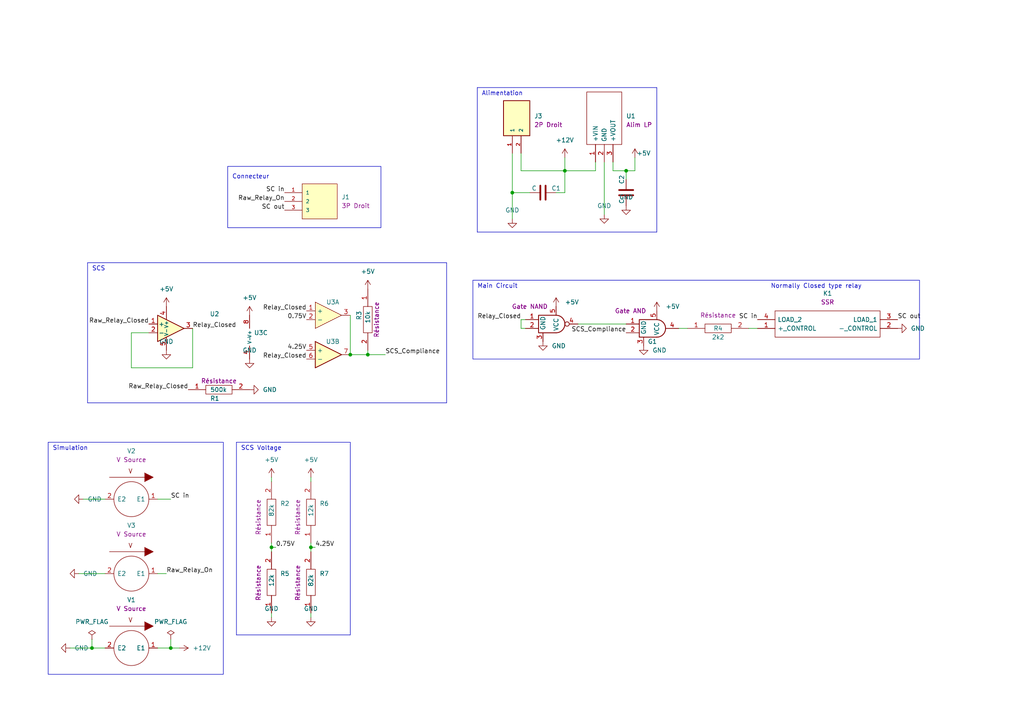
<source format=kicad_sch>
(kicad_sch (version 20230121) (generator eeschema)
  (paper "A4")
  (lib_symbols
    (symbol "Device:C" (pin_numbers hide) (pin_names (offset 0.254))
      (property "Reference" "C" (at 0.635 2.54 0))
      (property "Value" "C" (at 0.635 -2.54 0))
      (symbol "C_0_1"
        (polyline (pts (xy -2.032 -0.762) (xy 2.032 -0.762)) (stroke (width 0.508)))
        (polyline (pts (xy -2.032 0.762) (xy 2.032 0.762)) (stroke (width 0.508)))
      )
      (symbol "C_1_1"
        (pin passive line (at 0 3.81 270) (length 2.794) (name "~") (number "1"))
        (pin passive line (at 0 -3.81 90) (length 2.794) (name "~") (number "2"))
      )
    )
    (symbol "EPSA_lib:2P Droit 2-11-2022" (pin_names (offset 1.016))
      (property "Reference" "J" (at 6.35 5.08 0))
      (property "Render Name" "2P Droit" (at 0 3.81 0))
      (symbol "2P Droit 2-11-2022_0_0"
        (rectangle (start -5.08 -5.08) (end 5.08 2.54) (stroke (width 0.254)) (fill (type background)))
        (pin passive line (at -10.16 0 0) (length 5.08) (name "1") (number "1"))
        (pin passive line (at -10.16 -2.54 0) (length 5.08) (name "2") (number "2"))
      )
    )
    (symbol "EPSA_lib:3P Droit 22-11-2032" (pin_names (offset 1.016))
      (property "Reference" "J" (at 0 -1.27 0))
      (property "Render Name" "3P Droit" (at 0 6.35 0))
      (symbol "3P Droit 22-11-2032_0_0"
        (rectangle (start -5.08 -5.08) (end 5.08 5.08) (stroke (width 0.1524)) (fill (type background)))
        (pin passive line (at -10.16 2.54 0) (length 5.08) (name "1") (number "1"))
        (pin passive line (at -10.16 0 0) (length 5.08) (name "2") (number "2"))
        (pin passive line (at -10.16 -2.54 0) (length 5.08) (name "3") (number "3"))
      )
    )
    (symbol "EPSA_lib:Alim LP TSR_0.5-2450" (pin_names (offset 0.762))
      (property "Reference" "U" (at 20.32 11.43 0))
      (property "Render Name" "Alim LP" (at 11.43 8.89 0))
      (symbol "Alim LP TSR_0.5-2450_0_0"
        (pin passive line (at -1.27 5.08 0) (length 5.08) (name "+VIN") (number "1"))
        (pin passive line (at -1.27 2.54 0) (length 5.08) (name "GND") (number "2"))
        (pin passive line (at -1.27 0 0) (length 5.08) (name "+VOUT") (number "3"))
      )
      (symbol "Alim LP TSR_0.5-2450_0_1"
        (polyline (pts (xy 3.81 7.62) (xy 19.05 7.62) (xy 19.05 -2.54) (xy 3.81 -2.54) (xy 3.81 7.62)) (stroke (width 0.1524)))
      )
    )
    (symbol "EPSA_lib:Gate AND SN74AHCT1G08DBVR" (pin_names (offset 0.762))
      (property "Reference" "G" (at 2.54 -3.81 0))
      (property "Render Name" "Gate AND" (at -1.27 5.08 0))
      (symbol "Gate AND SN74AHCT1G08DBVR_1_1"
        (polyline (pts (xy 5.08 -2.54) (xy 0 -2.54) (xy 0 2.54) (xy 5.08 2.54)) (stroke (width 0.254)))
        (arc (start 5.1025 -2.54) (mid 7.6201 0) (end 5.1025 2.54) (stroke (width 0.254)))
        (pin input line (at -3.81 1.27 0) (length 3.81) (name "~") (number "1"))
        (pin input line (at -3.81 -1.27 0) (length 3.81) (name "~") (number "2"))
        (pin power_in line (at 1.27 -5.08 90) (length 2.54) (name "GND") (number "3"))
        (pin output line (at 11.43 0 180) (length 3.81) (name "~") (number "4"))
        (pin power_in line (at 5.08 5.08 270) (length 2.54) (name "VCC") (number "5"))
      )
    )
    (symbol "EPSA_lib:Gate NAND SN74AHCT1G00DBVR" (pin_names (offset 0.762))
      (property "Reference" "G" (at 2.54 -3.81 0))
      (property "Render Name" "Gate NAND" (at -2.54 3.81 0))
      (symbol "Gate NAND SN74AHCT1G00DBVR_1_1"
        (polyline (pts (xy 5.08 -2.54) (xy 0 -2.54) (xy 0 2.54) (xy 5.08 2.54)) (stroke (width 0.254)))
        (arc (start 5.1025 -2.54) (mid 7.6201 0) (end 5.1025 2.54) (stroke (width 0.254)))
        (pin input line (at -3.81 1.27 0) (length 3.81) (name "~") (number "1"))
        (pin input line (at -3.81 -1.27 0) (length 3.81) (name "~") (number "2"))
        (pin power_in line (at 1.27 -5.08 90) (length 2.54) (name "GND") (number "3"))
        (pin output inverted (at 11.43 0 180) (length 3.81) (name "~") (number "4"))
        (pin power_in line (at 5.08 5.08 270) (length 2.54) (name "VCC") (number "5"))
      )
    )
    (symbol "EPSA_lib:Opamp" (pin_names (offset 0.254))
      (property "Reference" "U" (at 2.54 2.54 0))
      (property "Value" "${SIM.PARAMS}" (at 13.97 -5.08 0))
      (symbol "Opamp_0_1"
        (polyline (pts (xy 5.08 0) (xy -2.54 3.81) (xy -2.54 -3.81) (xy 5.08 0)) (stroke (width 0.254)) (fill (type background)))
      )
      (symbol "Opamp_1_1"
        (pin input line (at -5.08 1.27 0) (length 2.54) (name "+") (number "1"))
        (pin input line (at -5.08 -1.27 0) (length 2.54) (name "-") (number "2"))
        (pin open_collector line (at 7.62 0 180) (length 2.54) (name "~") (number "3"))
        (pin power_in line (at 0 6.35 270) (length 3.81) (name "V+") (number "4"))
        (pin power_in line (at 0 -6.35 90) (length 3.81) (name "V-") (number "5"))
      )
    )
    (symbol "EPSA_lib:Opamp_Dual"
      (property "Reference" "U" (at 7.62 -2.54 0))
      (property "Value" "Opamp_Dual" (at 10.16 -3.81 0))
      (symbol "Opamp_Dual_1_1"
        (polyline (pts (xy 0 3.81) (xy 0 -3.81) (xy 7.62 0) (xy 0 3.81)) (fill (type background)))
        (pin input line (at -2.54 1.27 0) (length 2.54) (name "+") (number "1"))
        (pin input line (at -2.54 -1.27 0) (length 2.54) (name "-") (number "2"))
        (pin open_collector line (at 10.16 0 180) (length 2.54) (name "~") (number "3"))
      )
      (symbol "Opamp_Dual_2_1"
        (polyline (pts (xy 0 3.81) (xy 7.62 0) (xy 0 -3.81) (xy 0 3.81)) (stroke (width 0.254)) (fill (type background)))
        (pin input line (at -2.54 1.27 0) (length 2.54) (name "+") (number "5"))
        (pin input line (at -2.54 -1.27 0) (length 2.54) (name "-") (number "6"))
        (pin open_collector line (at 10.16 0 180) (length 2.54) (name "~") (number "7"))
      )
      (symbol "Opamp_Dual_3_1"
        (pin power_in line (at 0 -6.35 90) (length 3.81) (name "V-") (number "4"))
        (pin power_in line (at 0 6.35 270) (length 3.81) (name "V+") (number "8"))
      )
    )
    (symbol "EPSA_lib:Résistance RK73H2BLTDD2152F" (pin_names (offset 0.762))
      (property "Reference" "R" (at 25.4 5.08 0))
      (property "Value" "10" (at 7.62 0 0))
      (property "Render Name" "Résistance" (at 8.89 2.54 0))
      (symbol "Résistance RK73H2BLTDD2152F_0_0"
        (pin passive line (at 0 0 0) (length 5.08) (name "~") (number "1"))
        (pin passive line (at 17.78 0 180) (length 5.08) (name "~") (number "2"))
      )
      (symbol "Résistance RK73H2BLTDD2152F_0_1"
        (polyline (pts (xy 5.08 1.27) (xy 12.7 1.27) (xy 12.7 -1.27) (xy 5.08 -1.27) (xy 5.08 1.27)) (stroke (width 0.1524)))
      )
    )
    (symbol "EPSA_lib:SSR CPC1394GR" (pin_names (offset 0.762))
      (property "Reference" "K" (at 48.26 7.62 0))
      (property "Render Name" "SSR" (at 19.05 3.81 0))
      (symbol "SSR CPC1394GR_0_0"
        (pin passive line (at 0 -2.54 0) (length 5.08) (name "+_CONTROL") (number "1"))
        (pin passive line (at 40.64 -2.54 180) (length 5.08) (name "-_CONTROL") (number "2"))
        (pin passive line (at 40.64 0 180) (length 5.08) (name "LOAD_1") (number "3"))
        (pin passive line (at 0 0 0) (length 5.08) (name "LOAD_2") (number "4"))
      )
      (symbol "SSR CPC1394GR_0_1"
        (polyline (pts (xy 5.08 2.54) (xy 35.56 2.54) (xy 35.56 -5.08) (xy 5.08 -5.08) (xy 5.08 2.54)) (stroke (width 0.1524)))
      )
    )
    (symbol "EPSA_lib:VSOURCE" (pin_names (offset 1.016)) (in_bom no) (on_board no)
      (property "Reference" "V" (at 8.89 12.7 0))
      (property "Render Name" "V Source" (at -1.27 10.16 0))
      (symbol "VSOURCE_0_1"
        (circle (center -1.27 0) (radius 5.08))
        (polyline (pts (xy -7.62 6.35) (xy 2.54 6.35)) (fill (type outline)))
        (polyline (pts (xy 2.54 7.62) (xy 5.08 6.35) (xy 2.54 5.08)) (fill (type outline)))
        (text "V" (at -1.524 8.128 0) (effects (font (size 1.27 1.27))))
      )
      (symbol "VSOURCE_1_1"
        (pin input line (at 6.35 0 180) (length 2.54) (name "E1") (number "1"))
        (pin input line (at -8.89 0 0) (length 2.54) (name "E2") (number "2"))
      )
    )
    (symbol "Résistance RK73H2BLTDD2152F_1" (pin_names (offset 0.762))
      (property "Reference" "R" (at 25.4 5.08 0))
      (property "Value" "10" (at 7.62 0 0))
      (property "Render Name" "Résistance" (at 8.89 2.54 0))
      (symbol "Résistance RK73H2BLTDD2152F_1_0_0"
        (pin passive line (at 0 0 0) (length 5.08) (name "~") (number "1"))
        (pin passive line (at 17.78 0 180) (length 5.08) (name "~") (number "2"))
      )
      (symbol "Résistance RK73H2BLTDD2152F_1_0_1"
        (polyline (pts (xy 5.08 1.27) (xy 12.7 1.27) (xy 12.7 -1.27) (xy 5.08 -1.27) (xy 5.08 1.27)) (stroke (width 0.1524)))
      )
    )
    (symbol "Résistance RK73H2BLTDD2152F_3" (pin_names (offset 0.762))
      (property "Reference" "R" (at 25.4 5.08 0))
      (property "Value" "10" (at 7.62 0 0))
      (property "Render Name" "Résistance" (at 8.89 2.54 0))
      (symbol "Résistance RK73H2BLTDD2152F_3_0_0"
        (pin passive line (at 0 0 0) (length 5.08) (name "~") (number "1"))
        (pin passive line (at 17.78 0 180) (length 5.08) (name "~") (number "2"))
      )
      (symbol "Résistance RK73H2BLTDD2152F_3_0_1"
        (polyline (pts (xy 5.08 1.27) (xy 12.7 1.27) (xy 12.7 -1.27) (xy 5.08 -1.27) (xy 5.08 1.27)) (stroke (width 0.1524)))
      )
    )
    (symbol "Résistance RK73H2BLTDD2152F_4" (pin_names (offset 0.762))
      (property "Reference" "R" (at 25.4 5.08 0))
      (property "Value" "10" (at 7.62 0 0))
      (property "Render Name" "Résistance" (at 8.89 2.54 0))
      (symbol "Résistance RK73H2BLTDD2152F_4_0_0"
        (pin passive line (at 0 0 0) (length 5.08) (name "~") (number "1"))
        (pin passive line (at 17.78 0 180) (length 5.08) (name "~") (number "2"))
      )
      (symbol "Résistance RK73H2BLTDD2152F_4_0_1"
        (polyline (pts (xy 5.08 1.27) (xy 12.7 1.27) (xy 12.7 -1.27) (xy 5.08 -1.27) (xy 5.08 1.27)) (stroke (width 0.1524)))
      )
    )
    (symbol "Résistance RK73H2BLTDD2152F_5" (pin_names (offset 0.762))
      (property "Reference" "R" (at 25.4 5.08 0))
      (property "Value" "10" (at 7.62 0 0))
      (property "Render Name" "Résistance" (at 8.89 2.54 0))
      (symbol "Résistance RK73H2BLTDD2152F_5_0_0"
        (pin passive line (at 0 0 0) (length 5.08) (name "~") (number "1"))
        (pin passive line (at 17.78 0 180) (length 5.08) (name "~") (number "2"))
      )
      (symbol "Résistance RK73H2BLTDD2152F_5_0_1"
        (polyline (pts (xy 5.08 1.27) (xy 12.7 1.27) (xy 12.7 -1.27) (xy 5.08 -1.27) (xy 5.08 1.27)) (stroke (width 0.1524)))
      )
    )
    (symbol "power:+12V" (power) (pin_names (offset 0))
      (property "Value" "+12V" (at 0 3.556 0))
      (symbol "+12V_0_1"
        (polyline (pts (xy -0.762 1.27) (xy 0 2.54)))
        (polyline (pts (xy 0 0) (xy 0 2.54)))
        (polyline (pts (xy 0 2.54) (xy 0.762 1.27)))
      )
      (symbol "+12V_1_1"
        (pin power_in line (at 0 0 90) (length 0) hide (name "+12V") (number "1"))
      )
    )
    (symbol "power:+5V" (power) (pin_names (offset 0))
      (property "Value" "+5V" (at 0 3.556 0))
      (symbol "+5V_0_1"
        (polyline (pts (xy -0.762 1.27) (xy 0 2.54)))
        (polyline (pts (xy 0 0) (xy 0 2.54)))
        (polyline (pts (xy 0 2.54) (xy 0.762 1.27)))
      )
      (symbol "+5V_1_1"
        (pin power_in line (at 0 0 90) (length 0) hide (name "+5V") (number "1"))
      )
    )
    (symbol "power:GND" (power) (pin_names (offset 0))
      (property "Value" "GND" (at 0 -3.81 0))
      (symbol "GND_0_1"
        (polyline (pts (xy 0 0) (xy 0 -1.27) (xy 1.27 -1.27) (xy 0 -2.54) (xy -1.27 -1.27) (xy 0 -1.27)))
      )
      (symbol "GND_1_1"
        (pin power_in line (at 0 0 270) (length 0) hide (name "GND") (number "1"))
      )
    )
    (symbol "power:PWR_FLAG" (power) (pin_numbers hide) (pin_names (offset 0) hide)
      (property "Value" "PWR_FLAG" (at 0 3.81 0))
      (symbol "PWR_FLAG_0_0"
        (pin power_out line (at 0 0 90) (length 0) (name "pwr") (number "1"))
      )
      (symbol "PWR_FLAG_0_1"
        (polyline (pts (xy 0 0) (xy 0 1.27) (xy -1.016 1.905) (xy 0 2.54) (xy 1.016 1.905) (xy 0 1.27)))
      )
    )
  )
  (junction (at 101.6 102.87))
  (junction (at 148.59 55.88))
  (junction (at 49.53 187.96))
  (junction (at 78.74 158.75))
  (junction (at 163.83 49.53))
  (junction (at 106.68 102.87))
  (junction (at 26.67 187.96))
  (junction (at 90.17 158.75))
  (junction (at 181.61 49.53))
  (wire (pts (xy 177.8 46.99) (xy 177.8 49.53)))
  (wire (pts (xy 181.61 52.07) (xy 181.61 49.53)))
  (wire (pts (xy 167.64 93.98) (xy 181.61 93.98)))
  (wire (pts (xy 151.13 44.45) (xy 151.13 49.53)))
  (wire (pts (xy 38.1 96.52) (xy 38.1 106.68)))
  (wire (pts (xy 161.29 55.88) (xy 163.83 55.88)))
  (wire (pts (xy 172.72 46.99) (xy 172.72 49.53)))
  (wire (pts (xy 199.39 95.25) (xy 196.85 95.25)))
  (wire (pts (xy 78.74 177.8) (xy 78.74 179.07)))
  (wire (pts (xy 45.72 166.37) (xy 48.26 166.37)))
  (wire (pts (xy 78.74 158.75) (xy 78.74 160.02)))
  (wire (pts (xy 90.17 158.75) (xy 90.17 160.02)))
  (wire (pts (xy 163.83 55.88) (xy 163.83 49.53)))
  (wire (pts (xy 184.15 49.53) (xy 184.15 45.72)))
  (wire (pts (xy 45.72 144.78) (xy 49.53 144.78)))
  (wire (pts (xy 52.07 187.96) (xy 49.53 187.96)))
  (wire (pts (xy 20.32 187.96) (xy 26.67 187.96)))
  (wire (pts (xy 49.53 185.42) (xy 49.53 187.96)))
  (polyline (pts (xy 101.6 184.15) (xy 68.58 184.15)))
  (wire (pts (xy 26.67 187.96) (xy 30.48 187.96)))
  (polyline (pts (xy 129.54 76.2) (xy 25.4 76.2)))
  (wire (pts (xy 172.72 49.53) (xy 163.83 49.53)))
  (wire (pts (xy 175.26 46.99) (xy 175.26 62.23)))
  (polyline (pts (xy 101.6 128.27) (xy 101.6 184.15)))
  (wire (pts (xy 90.17 177.8) (xy 90.17 179.07)))
  (wire (pts (xy 177.8 49.53) (xy 181.61 49.53)))
  (polyline (pts (xy 25.4 116.84) (xy 129.54 116.84)))
  (wire (pts (xy 26.67 185.42) (xy 26.67 187.96)))
  (wire (pts (xy 90.17 138.43) (xy 90.17 139.7)))
  (wire (pts (xy 55.88 95.25) (xy 55.88 106.68)))
  (wire (pts (xy 38.1 106.68) (xy 55.88 106.68)))
  (wire (pts (xy 148.59 44.45) (xy 148.59 55.88)))
  (wire (pts (xy 151.13 92.71) (xy 151.13 95.25)))
  (polyline (pts (xy 138.43 25.4) (xy 138.43 67.31)))
  (wire (pts (xy 101.6 102.87) (xy 106.68 102.87)))
  (wire (pts (xy 45.72 187.96) (xy 49.53 187.96)))
  (wire (pts (xy 151.13 95.25) (xy 152.4 95.25)))
  (wire (pts (xy 22.86 166.37) (xy 30.48 166.37)))
  (wire (pts (xy 163.83 45.72) (xy 163.83 49.53)))
  (polyline (pts (xy 190.5 25.4) (xy 138.43 25.4)))
  (polyline (pts (xy 68.58 128.27) (xy 101.6 128.27)))
  (wire (pts (xy 151.13 49.53) (xy 163.83 49.53)))
  (polyline (pts (xy 129.54 116.84) (xy 129.54 76.2)))
  (wire (pts (xy 148.59 55.88) (xy 153.67 55.88)))
  (wire (pts (xy 90.17 157.48) (xy 90.17 158.75)))
  (wire (pts (xy 151.13 92.71) (xy 152.4 92.71)))
  (wire (pts (xy 78.74 138.43) (xy 78.74 139.7)))
  (wire (pts (xy 78.74 157.48) (xy 78.74 158.75)))
  (polyline (pts (xy 138.43 67.31) (xy 190.5 67.31)))
  (polyline (pts (xy 25.4 76.2) (xy 25.4 116.84)))
  (wire (pts (xy 30.48 144.78) (xy 24.13 144.78)))
  (polyline (pts (xy 68.58 128.27) (xy 68.58 184.15)))
  (wire (pts (xy 90.17 158.75) (xy 91.44 158.75)))
  (wire (pts (xy 106.68 102.87) (xy 111.76 102.87)))
  (wire (pts (xy 43.18 96.52) (xy 38.1 96.52)))
  (wire (pts (xy 78.74 158.75) (xy 80.01 158.75)))
  (wire (pts (xy 101.6 91.44) (xy 101.6 102.87)))
  (wire (pts (xy 217.17 95.25) (xy 219.71 95.25)))
  (wire (pts (xy 181.61 49.53) (xy 184.15 49.53)))
  (wire (pts (xy 106.68 102.87) (xy 106.68 101.6)))
  (wire (pts (xy 148.59 55.88) (xy 148.59 63.5)))
  (polyline (pts (xy 190.5 67.31) (xy 190.5 25.4)))
  (rectangle (start 66.04 48.26) (end 110.49 66.04))
  (rectangle (start 13.97 128.27) (end 64.77 195.58))
  (rectangle (start 137.16 81.28) (end 266.7 104.14))
  (text "Simulation" (at 15.24 130.81 0) (effects (font (size 1.27 1.27)) (justify left bottom)))
  (text "Connecteur" (at 67.31 52.07 0) (effects (font (size 1.27 1.27)) (justify left bottom)))
  (text "SCS Voltage" (at 69.85 130.81 0) (effects (font (size 1.27 1.27)) (justify left bottom)))
  (text "Alimentation\n" (at 139.7 27.94 0) (effects (font (size 1.27 1.27)) (justify left bottom)))
  (text "Normally Closed type relay" (at 223.52 83.82 0) (effects (font (size 1.27 1.27)) (justify left bottom)))
  (text "Main Circuit" (at 138.43 83.82 0) (effects (font (size 1.27 1.27)) (justify left bottom)))
  (text "SCS\n" (at 26.67 78.74 0) (effects (font (size 1.27 1.27)) (justify left bottom)))
  (label "SC in" (at 219.71 92.71 180))
  (label "Relay_Closed" (at 88.9 90.17 180))
  (label "Raw_Relay_Closed" (at 54.61 113.03 180))
  (label "Relay_Closed" (at 88.9 104.14 180))
  (label "0.75V" (at 80.01 158.75 0))
  (label "SC out" (at 82.55 60.96 180))
  (label "4.25V" (at 91.44 158.75 0))
  (label "SC in" (at 49.53 144.78 0))
  (label "SCS_Compliance" (at 181.61 96.52 180))
  (label "4.25V" (at 88.9 101.6 180))
  (label "Raw_Relay_On" (at 48.26 166.37 0))
  (label "SCS_Compliance" (at 111.76 102.87 0))
  (label "Relay_Closed" (at 151.13 92.71 180))
  (label "Raw_Relay_Closed" (at 43.18 93.98 180))
  (label "0.75V" (at 88.9 92.71 180))
  (label "SC in" (at 82.55 55.88 180))
  (label "Relay_Closed" (at 55.88 95.25 0))
  (label "SC out" (at 260.35 92.71 0))
  (label "Raw_Relay_On" (at 82.55 58.42 180))
  (symbol (lib_id "power:GND") (at 175.26 62.23 0) (unit 1)
    (property "Reference" "#GND02" (effects hide))
    (property "Value" "0" (at 175.26 59.69 0))
  )
  (symbol (lib_id "power:GND") (at 90.17 179.07 0) (unit 1)
    (property "Reference" "#GND08" (effects hide))
    (property "Value" "0" (at 90.17 176.53 0))
  )
  (symbol (lib_id "EPSA_lib:Opamp_Dual") (at 91.44 102.87 0) (unit 2)
    (property "Reference" "U3" (at 96.52 99.06 0))
    (property "Value" "Opamp_Dual" (effects hide))
    (property "Footprint" "Package_SO:TSSOP-8_4.4x3mm_P0.65mm" (effects hide))
    (property "Datasheet" "https://www.ti.com/lit/gpn/tlv9064-q1" (effects hide))
    (property "Manufacturer_Name" "Texas Instruments" (effects hide))
    (property "Manufacturer_Part_Number" "TLV9062QPWRQ1 " (effects hide))
    (property "Mouser Part Number" "595-TLV9062QPWRQ1 " (effects hide))
  )
  (symbol (lib_id "power:GND") (at 22.86 166.37 270) (unit 1)
    (property "Reference" "#PWR04" (effects hide))
    (property "Value" "GND" (at 24.13 166.37 90) (effects (justify left)))
  )
  (symbol (lib_id "EPSA_lib:Résistance RK73H2BLTDD2152F") (at 54.61 113.03 0) (unit 1)
    (property "Reference" "R1" (at 60.96 115.57 0) (effects (justify left)))
    (property "Value" "500k" (at 60.96 113.03 0) (effects (justify left)))
    (property "Footprint" "EPSA_lib:RESC3216X70N" (effects hide))
    (property "Datasheet" "http://www.koaspeer.com/catimages/Products/RK73H/RK73H.pdf" (effects hide))
    (property "Description" "Thick Film Resistors - SMD" (effects hide))
    (property "Height" "0.7" (effects hide))
    (property "Manufacturer_Name" "KOA Speer" (effects hide))
    (property "Manufacturer_Part_Number" "RK73H2BLTDD2152F" (effects hide))
    (property "Mouser Part Number" "N/A" (effects hide))
    (property "Mouser Price/Stock" "https://www.mouser.co.uk/ProductDetail/KOA-Speer/RK73H2BLTDD2152F?qs=WeIALVmW3zmyxMFsjVzMRw%3D%3D" (effects hide))
    (property "Sim.Device" "R" (effects hide))
    (property "Sim.Params" "type=\"R\" model=\"10k\" lib=\"\"" (effects hide))
    (property "Sim.Pins" "1=+ 2=-" (effects hide))
    (property "Render Name" "Résistance" (at 63.5 110.49 0))
  )
  (symbol (lib_id "power:+5V") (at 78.74 138.43 0) (unit 1)
    (property "Reference" "#PWR03" (effects hide))
    (property "Value" "+5V" (at 78.74 133.35 0))
  )
  (symbol (lib_name "Résistance RK73H2BLTDD2152F_3") (lib_id "EPSA_lib:Résistance RK73H2BLTDD2152F") (at 90.17 177.8 90) (unit 1)
    (property "Reference" "R7" (at 92.71 166.3699 90) (effects (justify right)))
    (property "Value" "82k" (at 90.17 170.18 0) (effects (justify left)))
    (property "Footprint" "EPSA_lib:RESC3216X70N" (effects hide))
    (property "Datasheet" "http://www.koaspeer.com/catimages/Products/RK73H/RK73H.pdf" (effects hide))
    (property "Description" "Thick Film Resistors - SMD" (effects hide))
    (property "Height" "0.7" (effects hide))
    (property "Manufacturer_Name" "KOA Speer" (effects hide))
    (property "Manufacturer_Part_Number" "RK73H2BLTDD2152F" (effects hide))
    (property "Mouser Part Number" "N/A" (effects hide))
    (property "Mouser Price/Stock" "https://www.mouser.co.uk/ProductDetail/KOA-Speer/RK73H2BLTDD2152F?qs=WeIALVmW3zmyxMFsjVzMRw%3D%3D" (effects hide))
    (property "Render Name" "Résistance" (at 86.36 163.83 0) (effects (justify right)))
    (property "Sim.Device" "R" (effects hide))
    (property "Sim.Params" "type=\"R\" model=\"8k\" lib=\"\"" (effects hide))
    (property "Sim.Pins" "1=+ 2=-" (effects hide))
  )
  (symbol (lib_name "Résistance RK73H2BLTDD2152F_4") (lib_id "EPSA_lib:Résistance RK73H2BLTDD2152F") (at 78.74 177.8 90) (unit 1)
    (property "Reference" "R5" (at 81.28 166.3699 90) (effects (justify right)))
    (property "Value" "12k" (at 78.74 170.18 0) (effects (justify left)))
    (property "Footprint" "EPSA_lib:RESC3216X70N" (effects hide))
    (property "Datasheet" "http://www.koaspeer.com/catimages/Products/RK73H/RK73H.pdf" (effects hide))
    (property "Description" "Thick Film Resistors - SMD" (effects hide))
    (property "Height" "0.7" (effects hide))
    (property "Manufacturer_Name" "KOA Speer" (effects hide))
    (property "Manufacturer_Part_Number" "RK73H2BLTDD2152F" (effects hide))
    (property "Mouser Part Number" "N/A" (effects hide))
    (property "Mouser Price/Stock" "https://www.mouser.co.uk/ProductDetail/KOA-Speer/RK73H2BLTDD2152F?qs=WeIALVmW3zmyxMFsjVzMRw%3D%3D" (effects hide))
    (property "Render Name" "Résistance" (at 74.93 163.83 0) (effects (justify right)))
    (property "Sim.Device" "R" (effects hide))
    (property "Sim.Params" "type=\"R\" model=\"2k\" lib=\"\"" (effects hide))
    (property "Sim.Pins" "1=+ 2=-" (effects hide))
  )
  (symbol (lib_id "EPSA_lib:VSOURCE") (at 39.37 187.96 0) (unit 1) (in_bom no) (on_board no)
    (property "Reference" "V1" (at 38.1 173.99 0))
    (property "Value" "12" (effects hide))
    (property "Sim.Pins" "1=+ 2=-" (effects hide))
    (property "Sim.Type" "DC" (effects hide))
    (property "Sim.Device" "V" (effects hide))
    (property "Render Name" "V Source" (at 38.1 176.53 0))
  )
  (symbol (lib_id "power:+5V") (at 161.29 88.9 0) (unit 1)
    (property "Reference" "#PWR09" (effects hide))
    (property "Value" "+5V" (at 163.83 87.63 0) (effects (justify left)))
  )
  (symbol (lib_id "power:GND") (at 24.13 144.78 270) (unit 1)
    (property "Reference" "#PWR02" (effects hide))
    (property "Value" "GND" (at 25.4 144.78 90) (effects (justify left)))
  )
  (symbol (lib_id "power:+5V") (at 184.15 45.72 0) (unit 1)
    (property "Reference" "#PWR013" (effects hide))
    (property "Value" "+5V" (at 186.69 44.45 0))
  )
  (symbol (lib_id "power:GND") (at 20.32 187.96 270) (unit 1)
    (property "Reference" "#PWR01" (effects hide))
    (property "Value" "GND" (at 21.59 187.96 90) (effects (justify left)))
  )
  (symbol (lib_id "power:+12V") (at 163.83 45.72 0) (unit 1)
    (property "Reference" "#PWR012" (effects hide))
    (property "Value" "+12V" (at 163.83 40.64 0))
  )
  (symbol (lib_id "power:+5V") (at 48.26 88.9 0) (unit 1)
    (property "Reference" "#PWR07" (effects hide))
    (property "Value" "+5V" (at 48.26 83.82 0))
  )
  (symbol (lib_id "Device:C") (at 181.61 55.88 180) (unit 1)
    (property "Reference" "C2" (at 180.34 52.07 90))
    (property "Value" "C" (at 180.34 58.42 90))
    (property "Footprint" "Capacitor_THT:CP_Radial_D5.0mm_P2.00mm" (effects hide))
  )
  (symbol (lib_id "power:PWR_FLAG") (at 26.67 185.42 0) (unit 1)
    (property "Reference" "#FLG04" (effects hide))
    (property "Value" "PWR_FLAG" (at 26.67 180.34 0))
  )
  (symbol (lib_id "EPSA_lib:SSR CPC1394GR") (at 219.71 92.71 0) (unit 1)
    (property "Reference" "K1" (at 240.03 85.09 0))
    (property "Value" "SSR CPC1394GR" (effects hide))
    (property "Footprint" "EPSA_lib:CPC1394GR" (effects hide))
    (property "Datasheet" "https://componentsearchengine.com/Datasheets/1/CPC1394GR.pdf" (effects hide))
    (property "Sim.Pins" "1=1 2=2 3=3 4=4" (effects hide))
    (property "Sim.Device" "SPICE" (effects hide))
    (property "Sim.Params" "type=\"X\" model=\"SWITCH\" lib=\"${EPSA_lib}\\SpiceModel\\SSR.lib\"" (effects hide))
    (property "Description" "SPST-NO Solid State Relay Solder 120 mA rms/mA dc Surface Mount, DC MOSFET" (effects hide))
    (property "Height" "3.556" (effects hide))
    (property "Manufacturer_Name" "LITTELFUSE" (effects hide))
    (property "Manufacturer_Part_Number" "CPC1394GR" (effects hide))
    (property "Mouser Part Number" "849-CPC1394GR" (effects hide))
    (property "Mouser Price/Stock" "https://www.mouser.co.uk/ProductDetail/IXYS-Integrated-Circuits/CPC1394GR?qs=8uBHJDVwVqyTG8bzDwZMmA%3D%3D" (effects hide))
    (property "Render Name" "SSR" (at 240.03 87.63 0))
  )
  (symbol (lib_id "power:GND") (at 72.39 113.03 90) (unit 1)
    (property "Reference" "#GND06" (effects hide))
    (property "Value" "0" (at 76.2 113.03 90) (effects (justify right)))
  )
  (symbol (lib_id "power:GND") (at 78.74 179.07 0) (unit 1)
    (property "Reference" "#GND07" (effects hide))
    (property "Value" "0" (at 78.74 176.53 0))
  )
  (symbol (lib_id "EPSA_lib:Opamp") (at 48.26 95.25 0) (unit 1)
    (property "Reference" "U2" (at 62.23 91.0591 0))
    (property "Value" "${SIM.PARAMS}" (effects hide))
    (property "Footprint" "Package_TO_SOT_SMD:SOT-353_SC-70-5_Handsoldering" (effects hide))
    (property "Datasheet" "https://www.ti.com/lit/gpn/tlv9064-q1" (effects hide))
    (property "Manufacturer_Name" "Texas Instruments" (effects hide))
    (property "Manufacturer_Part_Number" "TLV9061QDCKRQ1 " (effects hide))
    (property "Mouser Part Number" " 595-TLV9061QDCKRQ1 " (effects hide))
  )
  (symbol (lib_id "EPSA_lib:Opamp_Dual") (at 91.44 91.44 0) (unit 1)
    (property "Reference" "U3" (at 96.52 87.63 0))
    (property "Value" "Opamp_Dual" (effects hide))
    (property "Footprint" "Package_SO:TSSOP-8_4.4x3mm_P0.65mm" (effects hide))
    (property "Datasheet" "https://www.ti.com/lit/gpn/tlv9064-q1" (effects hide))
    (property "Manufacturer_Name" "Texas Instruments" (effects hide))
    (property "Manufacturer_Part_Number" "TLV9062QPWRQ1 " (effects hide))
    (property "Mouser Part Number" "595-TLV9062QPWRQ1 " (effects hide))
  )
  (symbol (lib_id "Device:C") (at 157.48 55.88 90) (unit 1)
    (property "Reference" "C1" (at 161.29 54.61 90))
    (property "Value" "C" (at 154.94 54.61 90))
    (property "Footprint" "Capacitor_THT:CP_Radial_D5.0mm_P2.00mm" (effects hide))
  )
  (symbol (lib_id "EPSA_lib:Gate AND SN74AHCT1G08DBVR") (at 185.42 95.25 0) (unit 1)
    (property "Reference" "G1" (at 189.23 99.06 0))
    (property "Value" "Gate AND SN74AHCT1G08DBVR" (effects hide))
    (property "Footprint" "EPSA_lib:SOT95P280X145-5N" (effects hide))
    (property "Datasheet" "https://datasheet.datasheetarchive.com/originals/distributors/SFDatasheet-6/sf-000128638.pdf" (effects hide))
    (property "Sim.Pins" "4=1 1=2 2=3 5=4 3=5" (effects hide))
    (property "Sim.Device" "SPICE" (effects hide))
    (property "Sim.Params" "type=\"X\" model=\"SN74AHC1G08\" lib=\"${EPSA_lib}\\SpiceModel\\AND_SN74AHC1G08.lib\"" (effects hide))
    (property "Description" "SN74AHCT1G08DBVR, Logic Gate 2 Input AND, AHCT, 8mA 5V 5-Pin SOT-23" (effects hide))
    (property "Height" "1.45" (effects hide))
    (property "Manufacturer_Name" "Texas Instruments" (effects hide))
    (property "Manufacturer_Part_Number" "SN74AHCT1G08DBVR" (effects hide))
    (property "Mouser Part Number" "595-SN74AHCT1G08DBVR" (effects hide))
    (property "Mouser Price/Stock" "https://www.mouser.co.uk/ProductDetail/Texas-Instruments/SN74AHCT1G08DBVR?qs=8Pd2FuFSoMGY9AK%2Ftqwbcw%3D%3D" (effects hide))
    (property "Arrow Part Number" "SN74AHCT1G08DBVR" (effects hide))
    (property "Arrow Price/Stock" "https://www.arrow.com/en/products/sn74ahct1g08dbvr/texas-instruments?region=nac" (effects hide))
    (property "Render Name" "Gate AND" (at 182.88 90.17 0))
  )
  (symbol (lib_id "EPSA_lib:3P Droit 22-11-2032") (at 92.71 58.42 0) (unit 1)
    (property "Reference" "J1" (at 99.06 57.15 0) (effects (justify left)))
    (property "Value" "3P Droit 22-11-2032" (effects hide))
    (property "Footprint" "EPSA_lib:MOLEX_22-11-2032" (effects hide))
    (property "Datasheet" "https://www.molex.com/en-us/products/part-detail/22112032?display=pdf" (effects hide))
    (property "Height" "10.66mm" (effects hide))
    (property "Render Name" "3P Droit" (at 99.06 59.69 0) (effects (justify left)))
    (property "Manufacturer_Name" "Molex" (effects hide))
    (property "Manufacturer_Part_Number" "22-11-2032" (effects hide))
    (property "Mouser Part Number" "538-22-11-2032" (effects hide))
    (property "Mouser Price/Stock" "https://www.mouser.fr/ProductDetail/Molex/22-11-2032?qs=KHty%2FoMxDPke3knj%252BlB5Gw%3D%3D" (effects hide))
  )
  (symbol (lib_id "power:+5V") (at 106.68 83.82 0) (unit 1)
    (property "Reference" "#PWR014" (effects hide))
    (property "Value" "+5V" (at 106.68 78.74 0))
  )
  (symbol (lib_id "power:GND") (at 148.59 63.5 0) (unit 1)
    (property "Reference" "#GND01" (effects hide))
    (property "Value" "0" (at 148.59 60.96 0))
  )
  (symbol (lib_name "Résistance RK73H2BLTDD2152F_5") (lib_id "EPSA_lib:Résistance RK73H2BLTDD2152F") (at 90.17 157.48 90) (unit 1)
    (property "Reference" "R6" (at 92.71 146.0499 90) (effects (justify right)))
    (property "Value" "12k" (at 90.17 149.86 0) (effects (justify left)))
    (property "Footprint" "EPSA_lib:RESC3216X70N" (effects hide))
    (property "Datasheet" "http://www.koaspeer.com/catimages/Products/RK73H/RK73H.pdf" (effects hide))
    (property "Description" "Thick Film Resistors - SMD" (effects hide))
    (property "Height" "0.7" (effects hide))
    (property "Manufacturer_Name" "KOA Speer" (effects hide))
    (property "Manufacturer_Part_Number" "RK73H2BLTDD2152F" (effects hide))
    (property "Mouser Part Number" "N/A" (effects hide))
    (property "Mouser Price/Stock" "https://www.mouser.co.uk/ProductDetail/KOA-Speer/RK73H2BLTDD2152F?qs=WeIALVmW3zmyxMFsjVzMRw%3D%3D" (effects hide))
    (property "Render Name" "Résistance" (at 86.36 144.78 0) (effects (justify right)))
    (property "Sim.Device" "R" (effects hide))
    (property "Sim.Params" "type=\"R\" model=\"2k\" lib=\"\"" (effects hide))
    (property "Sim.Pins" "1=+ 2=-" (effects hide))
  )
  (symbol (lib_id "power:+12V") (at 52.07 187.96 270) (unit 1)
    (property "Reference" "#PWR05" (effects hide))
    (property "Value" "+12V" (at 55.88 187.96 90) (effects (justify left)))
  )
  (symbol (lib_id "power:GND") (at 181.61 59.69 0) (unit 1)
    (property "Reference" "#GND03" (effects hide))
    (property "Value" "0" (at 181.61 57.15 0))
  )
  (symbol (lib_id "EPSA_lib:Opamp_Dual") (at 72.39 97.79 0) (unit 3)
    (property "Reference" "U3" (at 73.66 96.52 0) (effects (justify left)))
    (property "Value" "Opamp_Dual" (effects hide))
    (property "Footprint" "Package_SO:TSSOP-8_4.4x3mm_P0.65mm" (effects hide))
    (property "Datasheet" "https://www.ti.com/lit/gpn/tlv9064-q1" (effects hide))
    (property "Manufacturer_Name" "Texas Instruments" (effects hide))
    (property "Manufacturer_Part_Number" "TLV9062QPWRQ1 " (effects hide))
    (property "Mouser Part Number" "595-TLV9062QPWRQ1 " (effects hide))
  )
  (symbol (lib_id "power:GND") (at 260.35 95.25 90) (unit 1)
    (property "Reference" "#PWR010" (effects hide))
    (property "Value" "GND" (at 264.16 95.25 90) (effects (justify right)))
  )
  (symbol (lib_id "EPSA_lib:Résistance RK73H2BLTDD2152F") (at 106.68 83.82 270) (unit 1)
    (property "Reference" "R3" (at 104.14 90.17 0) (effects (justify left)))
    (property "Value" "10k" (at 106.68 90.17 0) (effects (justify left)))
    (property "Footprint" "EPSA_lib:RESC3216X70N" (effects hide))
    (property "Datasheet" "http://www.koaspeer.com/catimages/Products/RK73H/RK73H.pdf" (effects hide))
    (property "Description" "Thick Film Resistors - SMD" (effects hide))
    (property "Height" "0.7" (effects hide))
    (property "Manufacturer_Name" "KOA Speer" (effects hide))
    (property "Manufacturer_Part_Number" "RK73H2BLTDD2152F" (effects hide))
    (property "Mouser Part Number" "N/A" (effects hide))
    (property "Mouser Price/Stock" "https://www.mouser.co.uk/ProductDetail/KOA-Speer/RK73H2BLTDD2152F?qs=WeIALVmW3zmyxMFsjVzMRw%3D%3D" (effects hide))
    (property "Sim.Device" "R" (effects hide))
    (property "Sim.Params" "type=\"R\" model=\"10k\" lib=\"\"" (effects hide))
    (property "Sim.Pins" "1=+ 2=-" (effects hide))
    (property "Render Name" "Résistance" (at 109.22 92.71 0))
  )
  (symbol (lib_id "EPSA_lib:Gate NAND SN74AHCT1G00DBVR") (at 156.21 93.98 0) (unit 1)
    (property "Reference" "PorteNAND1" (effects hide))
    (property "Value" "Gate NAND SN74AHCT1G00DBVR" (effects hide))
    (property "Footprint" "EPSA_lib:SOT95P280X145-5N" (effects hide))
    (property "Datasheet" "http://www.ti.com/lit/gpn/sn74ahct1g00" (effects hide))
    (property "Sim.Pins" "4=1 1=2 2=3 5=4 3=5" (effects hide))
    (property "Sim.Device" "SPICE" (effects hide))
    (property "Sim.Params" "type=\"X\" model=\"SN74AHCT1G00\" lib=\"${EPSA_lib}\\SpiceModel\\NAND_SN74AHCT1G00.lib\"" (effects hide))
    (property "Description" "Single 2-Input Positive-NAND Gate" (effects hide))
    (property "Height" "1.45" (effects hide))
    (property "Manufacturer_Name" "Texas Instruments" (effects hide))
    (property "Manufacturer_Part_Number" "SN74AHCT1G00DBVR" (effects hide))
    (property "Mouser Part Number" "595-SN74AHCT1G00DBVR" (effects hide))
    (property "Mouser Price/Stock" "https://www.mouser.co.uk/ProductDetail/Texas-Instruments/SN74AHCT1G00DBVR?qs=w32V8uFkMxnwwXcMH%2F61Dg%3D%3D" (effects hide))
    (property "Arrow Part Number" "SN74AHCT1G00DBVR" (effects hide))
    (property "Arrow Price/Stock" "https://www.arrow.com/en/products/sn74ahct1g00dbvr/texas-instruments" (effects hide))
    (property "Render Name" "Gate NAND" (at 153.67 88.9 0))
  )
  (symbol (lib_id "EPSA_lib:Alim LP TSR_0.5-2450") (at 177.8 45.72 90) (unit 1)
    (property "Reference" "U1" (at 181.61 33.655 90) (effects (justify right)))
    (property "Value" "Alim LP TSR_0.5-2450" (effects hide))
    (property "Footprint" "EPSA_lib:TSR-0.5-2433" (effects hide))
    (property "Datasheet" "https://tracopower.com/tsr0-5-datasheet/" (effects hide))
    (property "Sim.Pins" "1=1 2=2 3=3" (effects hide))
    (property "Sim.Device" "SPICE" (effects hide))
    (property "Sim.Params" "type=\"R\" model=\"Alim LP TSR_0.5-2450\" lib=\"\"" (effects hide))
    (property "Description" "0.5 Amp POL switching regulator, 4.75 to -32 VDC input, pos.-pos. circuit, LM78 compatible, SIP-3" (effects hide))
    (property "Manufacturer_Name" "Traco Power" (effects hide))
    (property "Manufacturer_Part_Number" "TSR 0.5-2450" (effects hide))
    (property "Mouser Part Number" "495-TSR0.5-2450" (effects hide))
    (property "Mouser Price/Stock" "https://www.mouser.co.uk/ProductDetail/TRACO-Power/TSR-0.5-2450?qs=ckJk83FOD0XpEgQBSwF%2FIw%3D%3D" (effects hide))
    (property "Arrow Part Number" "TSR 0.5-2450" (effects hide))
    (property "Arrow Price/Stock" "https://www.arrow.com/en/products/tsr0.5-2450/traco-electronic-ag?region=europe" (effects hide))
    (property "Sim.Enable" "0" (effects hide))
    (property "Render Name" "Alim LP" (at 181.61 36.195 90) (effects (justify right)))
  )
  (symbol (lib_id "power:PWR_FLAG") (at 49.53 185.42 0) (unit 1)
    (property "Reference" "#FLG01" (effects hide))
    (property "Value" "PWR_FLAG" (at 49.53 180.34 0))
  )
  (symbol (lib_id "power:GND") (at 186.69 100.33 0) (unit 1)
    (property "Reference" "#PWR015" (effects hide))
    (property "Value" "GND" (at 189.23 101.6 0) (effects (justify left)))
  )
  (symbol (lib_id "power:GND") (at 157.48 99.06 0) (unit 1)
    (property "Reference" "#PWR08" (effects hide))
    (property "Value" "GND" (at 160.02 100.33 0) (effects (justify left)))
  )
  (symbol (lib_id "power:+5V") (at 90.17 138.43 0) (unit 1)
    (property "Reference" "#PWR06" (effects hide))
    (property "Value" "+5V" (at 90.17 133.35 0))
  )
  (symbol (lib_id "power:+5V") (at 190.5 90.17 0) (unit 1)
    (property "Reference" "#PWR016" (effects hide))
    (property "Value" "+5V" (at 193.04 88.9 0) (effects (justify left)))
  )
  (symbol (lib_id "power:GND") (at 72.39 104.14 0) (unit 1)
    (property "Reference" "#GND05" (effects hide))
    (property "Value" "0" (at 72.39 101.6 0))
  )
  (symbol (lib_id "EPSA_lib:Résistance RK73H2BLTDD2152F") (at 199.39 95.25 0) (unit 1)
    (property "Reference" "R4" (at 208.28 95.25 0))
    (property "Value" "2k2" (at 208.28 97.79 0))
    (property "Footprint" "EPSA_lib:RESC3216X70N" (effects hide))
    (property "Datasheet" "http://www.koaspeer.com/catimages/Products/RK73H/RK73H.pdf" (effects hide))
    (property "Sim.Pins" "1=+ 2=-" (effects hide))
    (property "Sim.Device" "R" (effects hide))
    (property "Description" "Thick Film Resistors - SMD" (effects hide))
    (property "Height" "0.7" (effects hide))
    (property "Manufacturer_Name" "KOA Speer" (effects hide))
    (property "Manufacturer_Part_Number" "RK73H2BLTDD2152F" (effects hide))
    (property "Mouser Part Number" "N/A" (effects hide))
    (property "Mouser Price/Stock" "https://www.mouser.co.uk/ProductDetail/KOA-Speer/RK73H2BLTDD2152F?qs=WeIALVmW3zmyxMFsjVzMRw%3D%3D" (effects hide))
    (property "Render Name" "Résistance" (at 208.28 91.44 0))
  )
  (symbol (lib_id "power:GND") (at 48.26 101.6 0) (unit 1)
    (property "Reference" "#GND04" (effects hide))
    (property "Value" "0" (at 48.26 99.06 0))
  )
  (symbol (lib_id "EPSA_lib:2P Droit 2-11-2022") (at 148.59 34.29 90) (unit 1)
    (property "Reference" "J3" (at 154.94 33.655 90) (effects (justify right)))
    (property "Value" "2P Droit 2-11-2022" (effects hide))
    (property "Footprint" "EPSA_lib:MOLEX_22-11-2022" (effects hide))
    (property "Sim.Pins" "1=1 2=2" (effects hide))
    (property "Sim.Device" "SPICE" (effects hide))
    (property "Sim.Params" "type=\"J\" model=\"22-11-2022\" lib=\"\"" (effects hide))
    (property "MAXIMUM_PACKAGE_HEIGHT" "10.66mm" (effects hide))
    (property "PARTREV" "BD8" (effects hide))
    (property "STANDARD" "Manufacturer Recommendations" (effects hide))
    (property "MANUFACTURER" "Molex" (effects hide))
    (property "Sim.Enable" "0" (effects hide))
    (property "Render Name" "2P Droit" (at 154.94 36.195 90) (effects (justify right)))
  )
  (symbol (lib_id "EPSA_lib:VSOURCE") (at 39.37 144.78 0) (unit 1) (in_bom no) (on_board no)
    (property "Reference" "V2" (at 38.1 130.81 0))
    (property "Value" "5" (effects hide))
    (property "Sim.Pins" "1=+ 2=-" (effects hide))
    (property "Sim.Type" "PULSE" (effects hide))
    (property "Sim.Device" "V" (effects hide))
    (property "Render Name" "V Source" (at 38.1 133.35 0))
    (property "Sim.Params" "y1=0 y2=12 td=5m tr=0.1u tf=0.1u tw=5m per=10m np=2" (effects hide))
  )
  (symbol (lib_id "EPSA_lib:VSOURCE") (at 39.37 166.37 0) (unit 1) (in_bom no) (on_board no)
    (property "Reference" "V3" (at 38.1 152.4 0))
    (property "Value" "5" (effects hide))
    (property "Sim.Pins" "1=+ 2=-" (effects hide))
    (property "Sim.Type" "PULSE" (effects hide))
    (property "Sim.Device" "V" (effects hide))
    (property "Render Name" "V Source" (at 38.1 154.94 0))
    (property "Sim.Params" "y1=0 y2=5 td=5m tr=0.1u tf=0.1u tw=10m per=20m np=1" (effects hide))
  )
  (symbol (lib_id "power:+5V") (at 72.39 91.44 0) (unit 1)
    (property "Reference" "#PWR011" (effects hide))
    (property "Value" "+5V" (at 72.39 86.36 0))
  )
  (symbol (lib_name "Résistance RK73H2BLTDD2152F_1") (lib_id "EPSA_lib:Résistance RK73H2BLTDD2152F") (at 78.74 157.48 90) (unit 1)
    (property "Reference" "R2" (at 81.28 146.0499 90) (effects (justify right)))
    (property "Value" "82k" (at 78.74 149.86 0) (effects (justify left)))
    (property "Footprint" "EPSA_lib:RESC3216X70N" (effects hide))
    (property "Datasheet" "http://www.koaspeer.com/catimages/Products/RK73H/RK73H.pdf" (effects hide))
    (property "Description" "Thick Film Resistors - SMD" (effects hide))
    (property "Height" "0.7" (effects hide))
    (property "Manufacturer_Name" "KOA Speer" (effects hide))
    (property "Manufacturer_Part_Number" "RK73H2BLTDD2152F" (effects hide))
    (property "Mouser Part Number" "N/A" (effects hide))
    (property "Mouser Price/Stock" "https://www.mouser.co.uk/ProductDetail/KOA-Speer/RK73H2BLTDD2152F?qs=WeIALVmW3zmyxMFsjVzMRw%3D%3D" (effects hide))
    (property "Render Name" "Résistance" (at 74.93 144.78 0) (effects (justify right)))
    (property "Sim.Device" "R" (effects hide))
    (property "Sim.Params" "type=\"R\" model=\"8k\" lib=\"\"" (effects hide))
    (property "Sim.Pins" "1=+ 2=-" (effects hide))
  )
)
</source>
